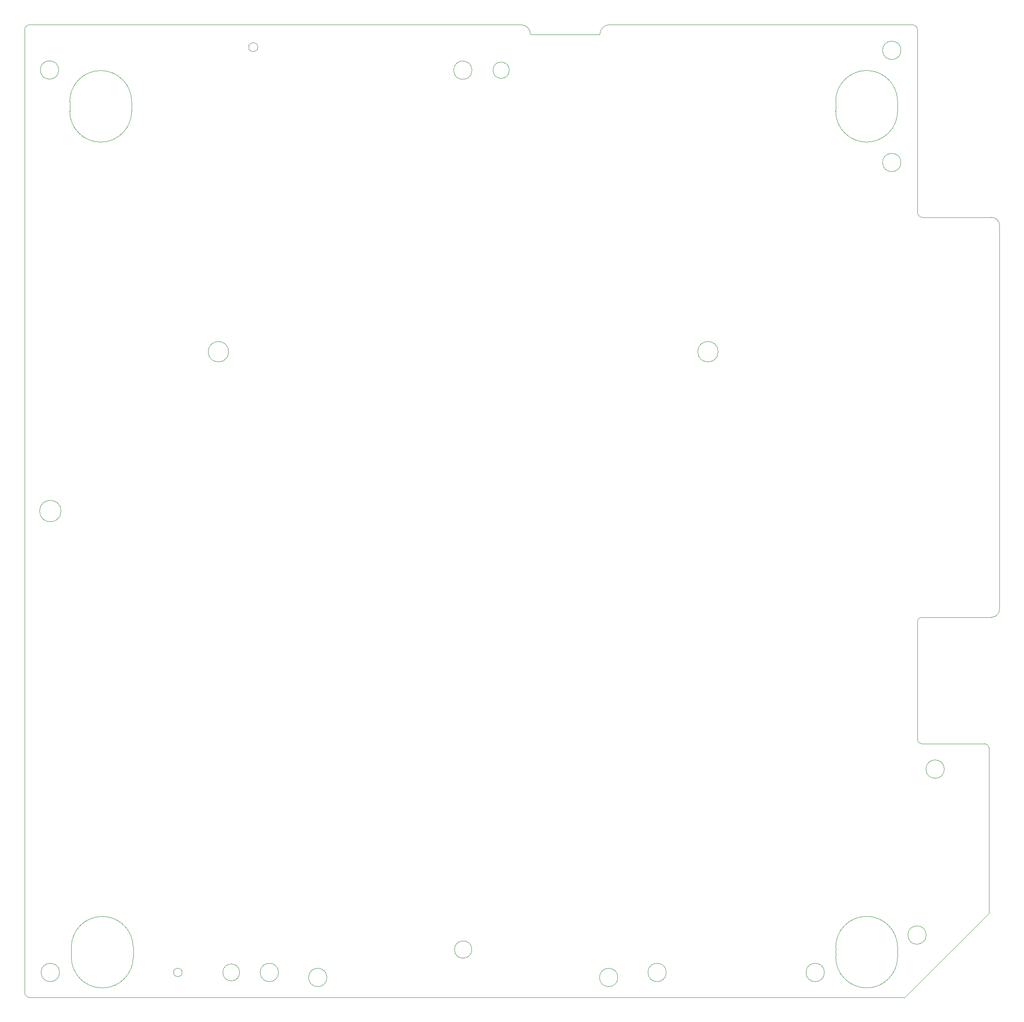
<source format=gm1>
G04 #@! TF.GenerationSoftware,KiCad,Pcbnew,7.0.8*
G04 #@! TF.CreationDate,2024-02-10T22:04:51+01:00*
G04 #@! TF.ProjectId,Neptune,4e657074-756e-4652-9e6b-696361645f70,rev?*
G04 #@! TF.SameCoordinates,Original*
G04 #@! TF.FileFunction,Profile,NP*
%FSLAX46Y46*%
G04 Gerber Fmt 4.6, Leading zero omitted, Abs format (unit mm)*
G04 Created by KiCad (PCBNEW 7.0.8) date 2024-02-10 22:04:51*
%MOMM*%
%LPD*%
G01*
G04 APERTURE LIST*
G04 #@! TA.AperFunction,Profile*
%ADD10C,0.100000*%
G04 #@! TD*
G04 #@! TA.AperFunction,Profile*
%ADD11C,0.050000*%
G04 #@! TD*
G04 APERTURE END LIST*
D10*
X301266000Y-188595000D02*
G75*
G03*
X301266000Y-188595000I-1800000J0D01*
G01*
X310000000Y-184400000D02*
X310000000Y-216900000D01*
X235600000Y-42500000D02*
G75*
G03*
X233700000Y-44400000I0J-1900000D01*
G01*
X277745600Y-228498400D02*
G75*
G03*
X277745600Y-228498400I-1800000J0D01*
G01*
X293500000Y-233400000D02*
X121900000Y-233400000D01*
X121900000Y-42500000D02*
G75*
G03*
X120900000Y-43500000I0J-1000000D01*
G01*
X142189200Y-223570800D02*
X142189200Y-225475800D01*
X312103121Y-81900000D02*
G75*
G03*
X310500000Y-80296879I-1603121J0D01*
G01*
X220100000Y-44400000D02*
X233700000Y-44400000D01*
X130048000Y-225475800D02*
G75*
G03*
X142189200Y-225475800I6070600J0D01*
G01*
X120900000Y-232400000D02*
X120900000Y-43500000D01*
X215950600Y-51431600D02*
G75*
G03*
X215950600Y-51431600I-1600000J0D01*
G01*
X151802200Y-228498400D02*
G75*
G03*
X151802200Y-228498400I-850000J0D01*
G01*
X310500000Y-158800021D02*
G75*
G03*
X312103121Y-157196879I0J1603121D01*
G01*
X292100000Y-223558100D02*
G75*
G03*
X279958800Y-223558100I-6070600J0D01*
G01*
X296000000Y-182800000D02*
G75*
G03*
X296800000Y-183600000I800000J0D01*
G01*
X246732200Y-228498400D02*
G75*
G03*
X246732200Y-228498400I-1800000J0D01*
G01*
X296000000Y-79300000D02*
G75*
G03*
X297000000Y-80300000I1000000J0D01*
G01*
X296000000Y-159600000D02*
X296000000Y-182800000D01*
X292757000Y-47523400D02*
G75*
G03*
X292757000Y-47523400I-1800000J0D01*
G01*
X296800000Y-183600000D02*
X309200000Y-183600000D01*
X170688000Y-228498400D02*
G75*
G03*
X170688000Y-228498400I-1800000J0D01*
G01*
X129743200Y-57569100D02*
X129743200Y-59474100D01*
X120900000Y-232400000D02*
G75*
G03*
X121900000Y-233400000I1000000J0D01*
G01*
X310000000Y-216900000D02*
X293500000Y-233400000D01*
X312100000Y-81900000D02*
X312100000Y-157200000D01*
X297000000Y-80300000D02*
X310500000Y-80300000D01*
X128033200Y-137947400D02*
G75*
G03*
X128033200Y-137947400I-2100000J0D01*
G01*
X279958800Y-59461400D02*
G75*
G03*
X292100000Y-59461400I6070600J0D01*
G01*
X279958800Y-225463100D02*
G75*
G03*
X292100000Y-225463100I6070600J0D01*
G01*
X296800000Y-158800000D02*
G75*
G03*
X296000000Y-159600000I0J-800000D01*
G01*
X292100000Y-223558100D02*
X292100000Y-225463100D01*
X141884400Y-57569100D02*
G75*
G03*
X129743200Y-57569100I-6070600J0D01*
G01*
X310000000Y-184400000D02*
G75*
G03*
X309200000Y-183600000I-800000J0D01*
G01*
X297710000Y-221157800D02*
G75*
G03*
X297710000Y-221157800I-1800000J0D01*
G01*
X310500000Y-158800000D02*
X296800000Y-158800000D01*
X296000000Y-43500000D02*
X296000000Y-79300000D01*
X142189200Y-223570800D02*
G75*
G03*
X130048000Y-223570800I-6070600J0D01*
G01*
X127580800Y-51380800D02*
G75*
G03*
X127580800Y-51380800I-1800000J0D01*
G01*
X180184200Y-229489000D02*
G75*
G03*
X180184200Y-229489000I-1800000J0D01*
G01*
X237236000Y-229489000D02*
G75*
G03*
X237236000Y-229489000I-1800000J0D01*
G01*
X235600000Y-42500000D02*
X295000000Y-42500000D01*
X292100000Y-57556400D02*
G75*
G03*
X279958800Y-57556400I-6070600J0D01*
G01*
X127733200Y-228498400D02*
G75*
G03*
X127733200Y-228498400I-1800000J0D01*
G01*
X163067000Y-228498400D02*
G75*
G03*
X163067000Y-228498400I-1650000J0D01*
G01*
X292757000Y-69545200D02*
G75*
G03*
X292757000Y-69545200I-1800000J0D01*
G01*
X121900000Y-42500000D02*
X218200000Y-42500000D01*
X279958800Y-57556400D02*
X279958800Y-59461400D01*
X208608400Y-224002600D02*
G75*
G03*
X208608400Y-224002600I-1700000J0D01*
G01*
X292100000Y-57556400D02*
X292100000Y-59461400D01*
X130048000Y-223570800D02*
X130048000Y-225475800D01*
X279958800Y-223558100D02*
X279958800Y-225463100D01*
X220100000Y-44400000D02*
G75*
G03*
X218200000Y-42500000I-1900000J0D01*
G01*
X129743200Y-59474100D02*
G75*
G03*
X141884400Y-59474100I6070600J0D01*
G01*
X296000000Y-43500000D02*
G75*
G03*
X295000000Y-42500000I-1000000J0D01*
G01*
X141884400Y-57569100D02*
X141884400Y-59474100D01*
X208632200Y-51431600D02*
G75*
G03*
X208632200Y-51431600I-1800000J0D01*
G01*
D11*
X160902400Y-106680000D02*
G75*
G03*
X160902400Y-106680000I-2000000J0D01*
G01*
X256914400Y-106680000D02*
G75*
G03*
X256914400Y-106680000I-2000000J0D01*
G01*
X166636388Y-46904200D02*
G75*
G03*
X166636388Y-46904200I-901388J0D01*
G01*
M02*

</source>
